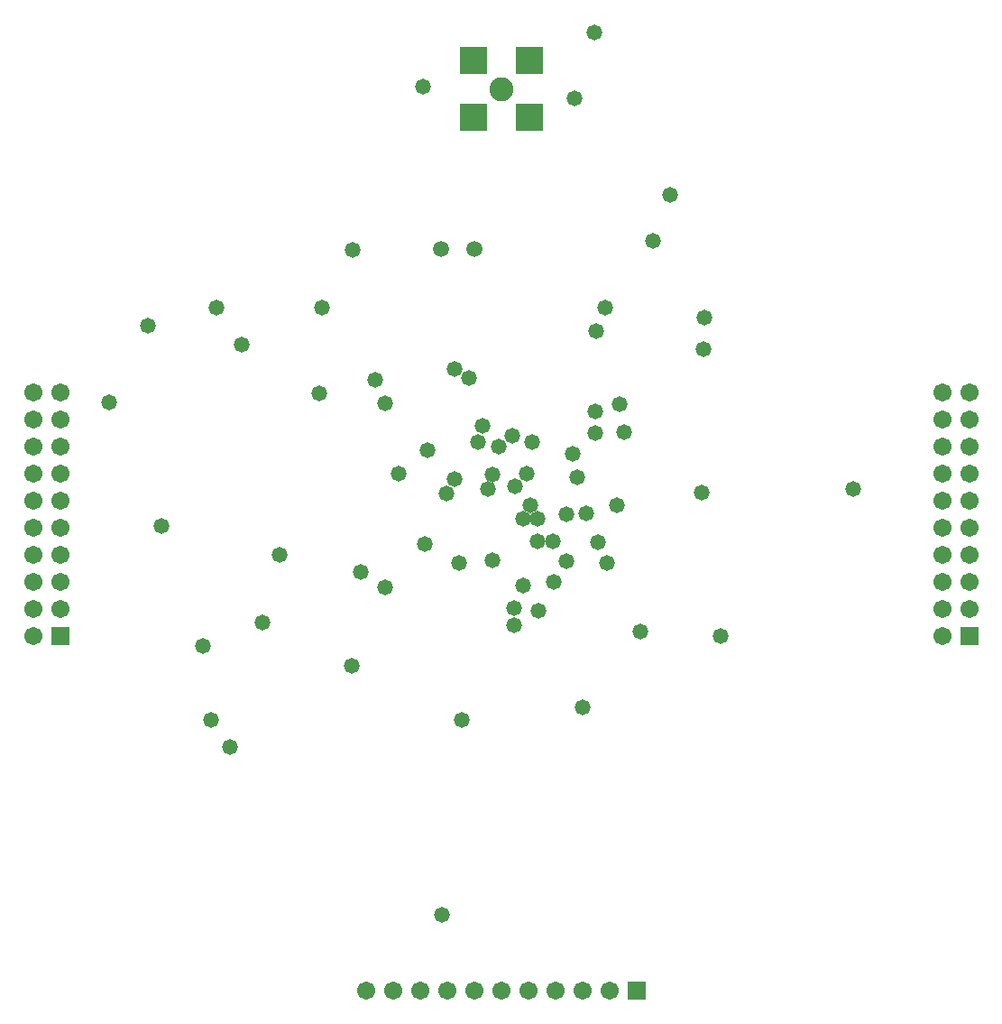
<source format=gbs>
G04*
G04 #@! TF.GenerationSoftware,Altium Limited,Altium Designer,18.1.9 (240)*
G04*
G04 Layer_Color=16711935*
%FSLAX24Y24*%
%MOIN*%
G70*
G01*
G75*
%ADD36R,0.1041X0.1041*%
%ADD37C,0.0887*%
%ADD38C,0.0592*%
%ADD39C,0.0671*%
%ADD40R,0.0671X0.0671*%
%ADD41R,0.0671X0.0671*%
%ADD42C,0.0580*%
D36*
X18221Y33603D02*
D03*
Y35697D02*
D03*
X20315Y33603D02*
D03*
Y35697D02*
D03*
D37*
X19268Y34650D02*
D03*
D38*
X18260Y28750D02*
D03*
X17040D02*
D03*
D39*
X14250Y1350D02*
D03*
X15250D02*
D03*
X16250D02*
D03*
X17250D02*
D03*
X18250D02*
D03*
X19250D02*
D03*
X20250D02*
D03*
X21250D02*
D03*
X22250D02*
D03*
X23250D02*
D03*
X35550Y23450D02*
D03*
Y22450D02*
D03*
Y21450D02*
D03*
Y20450D02*
D03*
Y19450D02*
D03*
Y18450D02*
D03*
Y17450D02*
D03*
Y16450D02*
D03*
Y15450D02*
D03*
Y14450D02*
D03*
X36550Y23450D02*
D03*
Y22450D02*
D03*
Y21450D02*
D03*
Y20450D02*
D03*
Y19450D02*
D03*
Y18450D02*
D03*
Y17450D02*
D03*
Y16450D02*
D03*
Y15450D02*
D03*
X1950Y23450D02*
D03*
Y22450D02*
D03*
Y21450D02*
D03*
Y20450D02*
D03*
Y19450D02*
D03*
Y18450D02*
D03*
Y17450D02*
D03*
Y16450D02*
D03*
Y15450D02*
D03*
Y14450D02*
D03*
X2950Y23450D02*
D03*
Y22450D02*
D03*
Y21450D02*
D03*
Y20450D02*
D03*
Y19450D02*
D03*
Y18450D02*
D03*
Y17450D02*
D03*
Y16450D02*
D03*
Y15450D02*
D03*
D40*
X24250Y1350D02*
D03*
D41*
X36550Y14450D02*
D03*
X2950D02*
D03*
D42*
X21950Y34300D02*
D03*
X22700Y36750D02*
D03*
X16350Y34750D02*
D03*
X21650Y17200D02*
D03*
X17710Y17140D02*
D03*
X9650Y25230D02*
D03*
X19748Y14850D02*
D03*
X19725Y15485D02*
D03*
X20060Y18780D02*
D03*
X16430Y17840D02*
D03*
X15450Y20450D02*
D03*
X21150Y17940D02*
D03*
X23540Y19290D02*
D03*
X23800Y21970D02*
D03*
X21680Y18950D02*
D03*
X22400Y18970D02*
D03*
X22835Y17910D02*
D03*
X23150Y17150D02*
D03*
X22060Y20320D02*
D03*
X22740Y21958D02*
D03*
X4750Y23080D02*
D03*
X22740Y22740D02*
D03*
X18410Y21610D02*
D03*
X20389Y21621D02*
D03*
X20192Y20460D02*
D03*
X19674Y21840D02*
D03*
X8220Y14070D02*
D03*
X17220Y19700D02*
D03*
X23110Y26590D02*
D03*
X8740D02*
D03*
X12620D02*
D03*
X19180Y21460D02*
D03*
X10440Y14940D02*
D03*
X9223Y10350D02*
D03*
X24390Y14630D02*
D03*
X13730Y13350D02*
D03*
X23640Y23010D02*
D03*
X22760Y25700D02*
D03*
X21190Y16450D02*
D03*
X6210Y25910D02*
D03*
X24880Y29060D02*
D03*
X20320Y19280D02*
D03*
X32280Y19880D02*
D03*
X20640Y15390D02*
D03*
X14950Y23060D02*
D03*
Y16240D02*
D03*
X18570Y22230D02*
D03*
X20060Y16320D02*
D03*
X25490Y30760D02*
D03*
X13750Y28730D02*
D03*
X26750Y26200D02*
D03*
X22280Y11830D02*
D03*
X27370Y14440D02*
D03*
X19760Y19990D02*
D03*
X11080Y17450D02*
D03*
X17050Y4150D02*
D03*
X21890Y21170D02*
D03*
X18930Y20430D02*
D03*
X26740Y25050D02*
D03*
X18780Y19870D02*
D03*
X17540Y20250D02*
D03*
X6700Y18520D02*
D03*
X14070Y16820D02*
D03*
X20586Y17950D02*
D03*
X18920Y17240D02*
D03*
X26660Y19750D02*
D03*
X20610Y18780D02*
D03*
X17540Y24320D02*
D03*
X12520Y23410D02*
D03*
X18070Y23980D02*
D03*
X14600Y23920D02*
D03*
X8540Y11350D02*
D03*
X17798D02*
D03*
X16530Y21330D02*
D03*
M02*

</source>
